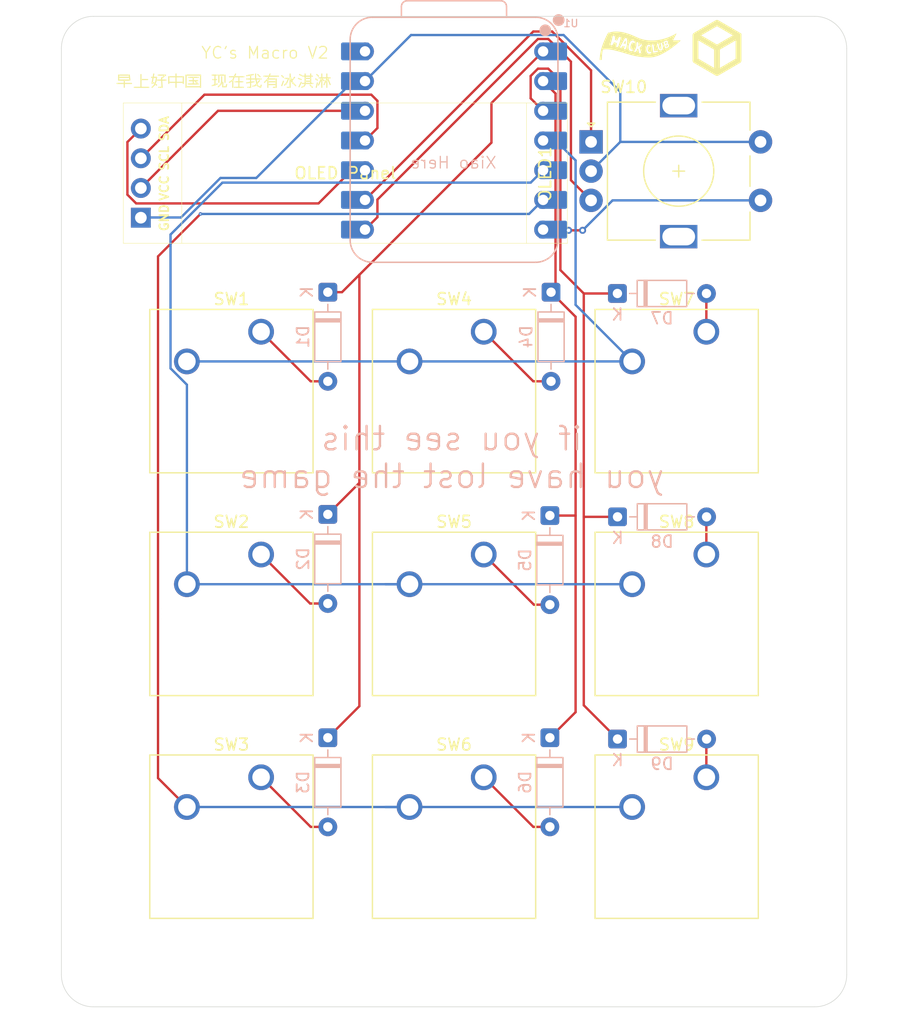
<source format=kicad_pcb>
(kicad_pcb (version 20241229) (generator "pcbnew") (generator_version "9.0")
  (layers (0 "F.Cu" signal) (2 "B.Cu" signal) (13 "F.Paste" user) (15 "B.Paste" user) (5 "F.SilkS" user "F.Silkscreen") (7 "B.SilkS" user "B.Silkscreen") (1 "F.Mask" user) (3 "B.Mask" user) (25 "Edge.Cuts" user))
  (net 0 "")
  (net 1 "Net-(U1-GPIO29{slash}ADC3{slash}A3)")
  (net 2 "Net-(U1-GPIO6{slash}SDA)")
  (net 3 "Net-(U1-GPIO7{slash}SCL)")
  (net 4 "GND")
  (net 5 "+5V")
  (net 6 "Net-(U1-GPIO2{slash}SCK)")
  (net 7 "Net-(U1-GPIO1{slash}RX)")
  (net 8 "Net-(U1-GPIO0{slash}TX)")
  (net 9 "Net-(D1-A)")
  (net 10 "Net-(D1-K)")
  (net 11 "Net-(D2-A)")
  (net 12 "Net-(D3-A)")
  (net 13 "Net-(D4-A)")
  (net 14 "Net-(D4-K)")
  (net 15 "Net-(D5-A)")
  (net 16 "Net-(D6-A)")
  (net 17 "Net-(D7-A)")
  (net 18 "Net-(D7-K)")
  (net 19 "Net-(D8-A)")
  (net 20 "Net-(D9-A)")
  (net 21 "Net-(OLED1-VCC)")
  (net 22 "Net-(OLED1-SDA)")
  (net 23 "Net-(OLED1-GND)")
  (footprint "MountingHole:MountingHole_2.5mm" (layer "F.Cu") (at 202.1 33.9)
    (property "Reference" "REF**" (hide yes))
    (property "Value" "MountingHole_2.5mm")
  )
  (footprint "Button_Switch_Keyboard:SW_Cherry_MX_1.00u_PCB" (layer "F.Cu") (at 173.84 96.17)
    (property "Reference" "SW6")
    (property "Value" "SW_Push")
  )
  (footprint "Button_Switch_Keyboard:SW_Cherry_MX_1.00u_PCB" (layer "F.Cu") (at 192.89 96.17)
    (property "Reference" "SW9")
    (property "Value" "SW_Push")
  )
  (footprint "Button_Switch_Keyboard:SW_Cherry_MX_1.00u_PCB" (layer "F.Cu") (at 154.79 96.17)
    (property "Reference" "SW3")
    (property "Value" "SW_Push")
  )
  (footprint "Button_Switch_Keyboard:SW_Cherry_MX_1.00u_PCB" (layer "F.Cu") (at 192.89 58.07)
    (property "Reference" "SW7")
    (property "Value" "SW_Push")
  )
  (footprint "Button_Switch_Keyboard:SW_Cherry_MX_1.00u_PCB" (layer "F.Cu") (at 154.79 58.07)
    (property "Reference" "SW1")
    (property "Value" "SW_Push")
  )
  (footprint "MountingHole:MountingHole_2.5mm" (layer "F.Cu") (at 140.5 113)
    (property "Reference" "REF**" (hide yes))
    (property "Value" "MountingHole_2.5mm")
  )
  (footprint "MountingHole:MountingHole_2.5mm" (layer "F.Cu") (at 202.1 113)
    (property "Reference" "REF**" (hide yes))
    (property "Value" "MountingHole_2.5mm")
  )
  (footprint "Button_Switch_Keyboard:SW_Cherry_MX_1.00u_PCB" (layer "F.Cu") (at 173.84 77.12)
    (property "Reference" "SW5")
    (property "Value" "SW_Push")
  )
  (footprint "Rotary_Encoder:RotaryEncoder_Alps_EC11E-Switch_Vertical_H20mm" (layer "F.Cu") (at 183.025 41.8375)
    (property "Reference" "SW10")
    (property "Value" "RotaryEncoder_Switch")
  )
  (footprint "Button_Switch_Keyboard:SW_Cherry_MX_1.00u_PCB" (layer "F.Cu") (at 154.79 77.12)
    (property "Reference" "SW2")
    (property "Value" "SW_Push")
  )
  (footprint "MountingHole:MountingHole_2.5mm" (layer "F.Cu") (at 140.5 33.9)
    (property "Reference" "REF**" (hide yes))
    (property "Value" "MountingHole_2.5mm")
  )
  (footprint "Button_Switch_Keyboard:SW_Cherry_MX_1.00u_PCB" (layer "F.Cu") (at 173.84 58.07)
    (property "Reference" "SW4")
    (property "Value" "SW_Push")
  )
  (footprint "OLED:SSD1306-0.91-OLED-4pin-128x32" (layer "F.Cu") (at 181 50.51 180)
    (property "Reference" "OLED1")
    (property "Value" "~")
  )
  (footprint "Button_Switch_Keyboard:SW_Cherry_MX_1.00u_PCB" (layer "F.Cu") (at 192.89 77.12)
    (property "Reference" "SW8")
    (property "Value" "SW_Push")
  )
  (footprint "Diode_THT:D_DO-35_SOD27_P7.62mm_Horizontal" (layer "B.Cu") (at 160.5 73.69 -90)
    (property "Reference" "D2")
    (property "Value" "1N4148")
  )
  (footprint "Diode_THT:D_DO-35_SOD27_P7.62mm_Horizontal" (layer "B.Cu") (at 185.28 54.8)
    (property "Reference" "D7")
    (property "Value" "1N4148")
  )
  (footprint "Diode_THT:D_DO-35_SOD27_P7.62mm_Horizontal" (layer "B.Cu") (at 179.5 73.79 -90)
    (property "Reference" "D5")
    (property "Value" "1N4148")
  )
  (footprint "Diode_THT:D_DO-35_SOD27_P7.62mm_Horizontal" (layer "B.Cu") (at 160.5 54.69 -90)
    (property "Reference" "D1")
    (property "Value" "1N4148")
  )
  (footprint "OPL:XIAO-RP2040-DIP" (layer "B.Cu") (at 171.3 41.71875 180)
    (property "Reference" "U1")
    (property "Value" "XIAO-RP2040-DIP")
  )
  (footprint "Diode_THT:D_DO-35_SOD27_P7.62mm_Horizontal" (layer "B.Cu") (at 185.29 92.9)
    (property "Reference" "D9")
    (property "Value" "1N4148")
  )
  (footprint "Diode_THT:D_DO-35_SOD27_P7.62mm_Horizontal" (layer "B.Cu") (at 179.5 92.79 -90)
    (property "Reference" "D6")
    (property "Value" "1N4148")
  )
  (footprint "Diode_THT:D_DO-35_SOD27_P7.62mm_Horizontal" (layer "B.Cu") (at 179.6 54.69 -90)
    (property "Reference" "D4")
    (property "Value" "1N4148")
  )
  (footprint "Diode_THT:D_DO-35_SOD27_P7.62mm_Horizontal" (layer "B.Cu") (at 160.5 92.79 -90)
    (property "Reference" "D3")
    (property "Value" "1N4148")
  )
  (footprint "Diode_THT:D_DO-35_SOD27_P7.62mm_Horizontal" (layer "B.Cu") (at 185.29 73.9)
    (property "Reference" "D8")
    (property "Value" "1N4148")
  )
  (gr_line (start 193.8 33.8) (end 195.276677 32.94744) (stroke (width 0.5)) (layer "F.SilkS"))
  (gr_poly (pts (xy 185.973304 33.183584) (xy 185.973816 33.183631) (xy 185.97432 33.183706) (xy 185.977823 33.185133) (xy 185.980864 33.188016) (xy 185.983466 33.192257) (xy 185.985651 33.197756) (xy 185.987443 33.204416) (xy 185.988865 33.212138) (xy 185.990689 33.230375) (xy 185.991308 33.251679) (xy 185.990907 33.275263) (xy 185.989669 33.300338) (xy 185.987779 33.326117) (xy 185.982779 33.376639) (xy 185.977383 33.420527) (xy 185.971297 33.463198) (xy 185.795287 33.433148) (xy 185.965199 33.18598) (xy 185.965838 33.185612) (xy 185.966468 33.185276) (xy 185.967088 33.18497) (xy 185.967699 33.184696) (xy 185.9683 33.184451) (xy 185.968893 33.184237) (xy 185.969475 33.184053) (xy 185.970049 33.183899) (xy 185.970614 33.183774) (xy 185.97117 33.183678) (xy 185.971717 33.183612) (xy 185.972255 33.183574) (xy 185.972784 33.183565)) (fill yes) (layer "F.SilkS"))
  (gr_poly (pts (xy 189.458356 33.297661) (xy 189.463198 33.298115) (xy 189.465547 33.298461) (xy 189.467848 33.298891) (xy 189.470097 33.299405) (xy 189.472295 33.300007) (xy 189.47444 33.300697) (xy 189.47653 33.301479) (xy 189.478565 33.302355) (xy 189.480542 33.303326) (xy 189.482461 33.304395) (xy 189.484321 33.305565) (xy 189.486119 33.306836) (xy 189.487856 33.308212) (xy 189.489528 33.309694) (xy 189.491136 33.311285) (xy 189.492678 33.312987) (xy 189.494153 33.314802) (xy 189.495558 33.316732) (xy 189.496894 33.318779) (xy 189.498159 33.320946) (xy 189.499351 33.323234) (xy 189.500469 33.325646) (xy 189.501511 33.328184) (xy 189.502478 33.33085) (xy 189.503366 33.333647) (xy 189.504176 33.336576) (xy 189.504905 33.339639) (xy 189.506023 33.346741) (xy 189.506263 33.353724) (xy 189.505682 33.36058) (xy 189.504333 33.367304) (xy 189.502272 33.373887) (xy 189.499555 33.380323) (xy 189.496237 33.386606) (xy 189.492372 33.392727) (xy 189.488016 33.398681) (xy 189.483225 33.404459) (xy 189.478053 33.410056) (xy 189.472556 33.415464) (xy 189.466789 33.420676) (xy 189.460806 33.425685) (xy 189.448418 33.435067) (xy 189.435833 33.443554) (xy 189.423493 33.451091) (xy 189.41184 33.457621) (xy 189.401315 33.463089) (xy 189.385416 33.470615) (xy 189.379331 33.473223) (xy 189.320601 33.335686) (xy 189.387235 33.311709) (xy 189.403439 33.306533) (xy 189.411352 33.304269) (xy 189.419109 33.30227) (xy 189.426688 33.300572) (xy 189.434067 33.299212) (xy 189.441225 33.298227) (xy 189.448138 33.297652) (xy 189.453333 33.297513)) (fill yes) (layer "F.SilkS"))
  (gr_poly (pts (xy 189.532128 33.531003) (xy 189.537834 33.531319) (xy 189.543453 33.531966) (xy 189.548968 33.532963) (xy 189.551682 33.533599) (xy 189.554364 33.53433) (xy 189.557012 33.535157) (xy 189.559624 33.536084) (xy 189.562198 33.537113) (xy 189.564732 33.538247) (xy 189.567224 33.539487) (xy 189.569673 33.540837) (xy 189.572075 33.542298) (xy 189.57443 33.543874) (xy 189.576734 33.545565) (xy 189.578986 33.547376) (xy 189.581185 33.549308) (xy 189.583327 33.551364) (xy 189.585412 33.553546) (xy 189.587436 33.555857) (xy 189.589398 33.558299) (xy 189.591297 33.560874) (xy 189.593129 33.563585) (xy 189.594893 33.566434) (xy 189.596588 33.569424) (xy 189.59821 33.572558) (xy 189.599758 33.575836) (xy 189.60123 33.579263) (xy 189.60467 33.589255) (xy 189.606714 33.59886) (xy 189.607445 33.608085) (xy 189.606948 33.616937) (xy 189.605307 33.625422) (xy 189.602609 33.633547) (xy 189.598936 33.641319) (xy 189.594374 33.648745) (xy 189.589008 33.655831) (xy 189.582921 33.662583) (xy 189.576199 33.66901) (xy 189.568926 33.675117) (xy 189.561186 33.680911) (xy 189.553066 33.686399) (xy 189.536018 33.696482) (xy 189.518459 33.705422) (xy 189.501067 33.713271) (xy 189.469488 33.725911) (xy 189.446698 33.734834) (xy 189.440292 33.738035) (xy 189.438632 33.739344) (xy 189.438113 33.740468) (xy 189.399485 33.579263) (xy 189.410992 33.571927) (xy 189.424034 33.564377) (xy 189.440742 33.555678) (xy 189.450192 33.551236) (xy 189.460223 33.546911) (xy 189.470723 33.54284) (xy 189.481581 33.539156) (xy 189.492684 33.535994) (xy 189.503921 33.533491) (xy 189.515181 33.53178) (xy 189.526351 33.530997)) (fill yes) (layer "F.SilkS"))
  (gr_poly (pts (xy 185.247671 32.399283) (xy 185.398668 32.40882) (xy 185.564698 32.429198) (xy 185.653444 32.443955) (xy 185.746061 32.462025) (xy 185.842586 32.483609) (xy 185.943057 32.508908) (xy 186.047511 32.538123) (xy 186.155985 32.571455) (xy 186.268517 32.609105) (xy 186.385145 32.651273) (xy 186.505905 32.698161) (xy 186.630836 32.749969) (xy 186.759975 32.806899) (xy 186.893359 32.869151) (xy 187.039653 32.934613) (xy 187.185785 32.990986) (xy 187.331515 33.038695) (xy 187.476606 33.078166) (xy 187.620818 33.109825) (xy 187.763913 33.134096) (xy 187.905653 33.151407) (xy 188.045797 33.162182) (xy 188.184108 33.166847) (xy 188.320347 33.165828) (xy 188.454275 33.15955) (xy 188.585653 33.148439) (xy 188.714243 33.13292) (xy 188.839806 33.11342) (xy 188.962103 33.090363) (xy 189.080895 33.064176) (xy 189.30701 33.004112) (xy 189.516242 32.936633) (xy 189.706681 32.865143) (xy 189.876417 32.793049) (xy 190.023539 32.723753) (xy 190.146138 32.660663) (xy 190.310127 32.566715) (xy 190.311024 32.566231) (xy 190.311953 32.565864) (xy 190.312909 32.565608) (xy 190.313888 32.56546) (xy 190.314883 32.565414) (xy 190.315891 32.565466) (xy 190.316906 32.565611) (xy 190.317924 32.565845) (xy 190.318939 32.566161) (xy 190.319946 32.566557) (xy 190.320941 32.567027) (xy 190.321918 32.567566) (xy 190.322873 32.568169) (xy 190.323801 32.568833) (xy 190.324696 32.569552) (xy 190.325555 32.570321) (xy 190.32637 32.571136) (xy 190.327139 32.571992) (xy 190.327856 32.572884) (xy 190.328515 32.573807) (xy 190.329113 32.574758) (xy 190.329644 32.57573) (xy 190.330102 32.57672) (xy 190.330484 32.577723) (xy 190.330784 32.578733) (xy 190.330997 32.579746) (xy 190.331119 32.580758) (xy 190.331144 32.581764) (xy 190.331067 32.582758) (xy 190.330884 32.583737) (xy 190.330589 32.584696) (xy 190.330177 32.585629) (xy 190.045983 33.138825) (xy 190.045594 33.139646) (xy 190.045265 33.140476) (xy 190.044996 33.14131) (xy 190.044786 33.142148) (xy 190.044633 33.142986) (xy 190.044535 33.143824) (xy 190.044493 33.144658) (xy 190.044503 33.145487) (xy 190.044566 33.146308) (xy 190.044679 33.147119) (xy 190.044842 33.147917) (xy 190.045053 33.148702) (xy 190.045311 33.14947) (xy 190.045614 33.15022) (xy 190.045962 33.150949) (xy 190.046353 33.151655) (xy 190.046786 33.152335) (xy 190.04726 33.152989) (xy 190.047773 33.153613) (xy 190.048323 33.154205) (xy 190.048911 33.154763) (xy 190.049533 33.155286) (xy 190.05019 33.15577) (xy 190.05088 33.156213) (xy 190.051602 33.156615) (xy 190.052353 33.156971) (xy 190.053134 33.157281) (xy 190.053943 33.157541) (xy 190.054778 33.15775) (xy 190.055638 33.157906) (xy 190.056522 33.158006) (xy 190.057429 33.158048) (xy 190.287034 33.159947) (xy 190.469383 33.15994) (xy 190.67765 33.158203) (xy 190.678757 33.158228) (xy 190.679831 33.15833) (xy 190.680872 33.158506) (xy 190.681877 33.158752) (xy 190.682844 33.159065) (xy 190.683771 33.159441) (xy 190.684657 33.159876) (xy 190.685499 33.160368) (xy 190.686296 33.160912) (xy 190.687045 33.161506) (xy 190.687745 33.162145) (xy 190.688395 33.162826) (xy 190.688991 33.163546) (xy 190.689532 33.164301) (xy 190.690016 33.165087) (xy 190.690442 33.165902) (xy 190.690807 33.166741) (xy 190.69111 33.167601) (xy 190.691348 33.168478) (xy 190.69152 33.16937) (xy 190.691624 33.170272) (xy 190.691658 33.171181) (xy 190.69162 33.172093) (xy 190.691508 33.173006) (xy 190.691321 33.173915) (xy 190.691055 33.174816) (xy 190.69071 33.175707) (xy 190.690284 33.176585) (xy 190.689774 33.177444) (xy 190.68918 33.178282) (xy 190.688498 33.179096) (xy 190.687727 33.179882) (xy 190.562865 33.294127) (xy 190.345133 33.481525) (xy 190.051735 33.714834) (xy 189.882038 33.840192) (xy 189.699875 33.966811) (xy 189.507398 34.091287) (xy 189.306757 34.210215) (xy 189.100103 34.320189) (xy 188.889585 34.417803) (xy 188.677355 34.499653) (xy 188.57127 34.533602) (xy 188.465562 34.562333) (xy 188.360502 34.585421) (xy 188.256358 34.602439) (xy 188.153399 34.612962) (xy 188.051893 34.616564) (xy 187.840735 34.613475) (xy 187.641082 34.604537) (xy 187.451988 34.590243) (xy 187.27251 34.571085) (xy 187.101703 34.547557) (xy 186.938624 34.520153) (xy 186.782328 34.489364) (xy 186.631871 34.455683) (xy 186.486309 34.419605) (xy 186.344698 34.381622) (xy 186.069551 34.301911) (xy 185.798877 34.220497) (xy 185.525122 34.141322) (xy 185.42272 34.113693) (xy 186.715772 34.113693) (xy 186.716412 34.121681) (xy 186.717896 34.129119) (xy 186.720193 34.135965) (xy 186.723272 34.14218) (xy 186.727103 34.147725) (xy 186.731654 34.152558) (xy 186.736894 34.156641) (xy 186.742793 34.159934) (xy 186.74932 34.162396) (xy 186.756443 34.163988) (xy 186.764133 34.16467) (xy 186.772358 34.164401) (xy 186.781087 34.163143) (xy 186.790289 34.160855) (xy 186.799934 34.157498) (xy 186.809991 34.15303) (xy 186.820428 34.147414) (xy 186.831215 34.140608) (xy 186.842322 34.132573) (xy 186.853716 34.123269) (xy 186.865368 34.112656) (xy 186.877246 34.100695) (xy 186.88932 34.087345) (xy 186.901559 34.072566) (xy 186.913931 34.056319) (xy 186.926406 34.038563) (xy 186.9325 34.029305) (xy 186.938614 34.018669) (xy 186.944691 34.006927) (xy 186.950674 33.994352) (xy 186.956506 33.981216) (xy 186.96213 33.967793) (xy 186.972526 33.941172) (xy 186.981406 33.916672) (xy 186.988313 33.896472) (xy 186.994386 33.877695) (xy 187.052471 33.871158) (xy 187.079303 33.994779) (xy 187.100214 34.099951) (xy 187.10886 34.148981) (xy 187.114896 34.190156) (xy 187.1165 34.198689) (xy 187.118931 34.206953) (xy 187.122134 34.214914) (xy 187.12605 34.222534) (xy 187.130622 34.229779) (xy 187.135794 34.236613) (xy 187.141508 34.243001) (xy 187.147706 34.248907) (xy 187.154333 34.254296) (xy 187.16133 34.259132) (xy 187.16864 34.26338) (xy 187.176207 34.267004) (xy 187.183973 34.269968) (xy 187.19188 34.272238) (xy 187.199873 34.273777) (xy 187.207892 34.274551) (xy 187.215883 34.274523) (xy 187.223786 34.273659) (xy 187.231546 34.271922) (xy 187.239104 34.269277) (xy 187.246404 34.265689) (xy 187.253389 34.261122) (xy 187.260001 34.25554) (xy 187.266183 34.248909) (xy 187.271879 34.241192) (xy 187.27703 34.232355) (xy 187.28158 34.222361) (xy 187.285471 34.211175) (xy 187.288647 34.198761) (xy 187.29105 34.185085) (xy 187.292623 34.17011) (xy 187.293309 34.153802) (xy 187.290374 34.129484) (xy 187.285919 34.103106) (xy 187.279906 34.07466) (xy 187.272297 34.044135) (xy 187.263052 34.011522) (xy 187.252134 33.97681) (xy 187.239503 33.93999) (xy 187.225122 33.901052) (xy 187.221199 33.890419) (xy 187.747649 33.890419) (xy 187.747958 33.922059) (xy 187.749045 33.94586) (xy 187.750702 33.969007) (xy 187.752925 33.991488) (xy 187.755711 34.01329) (xy 187.759054 34.034401) (xy 187.762952 34.054809) (xy 187.767399 34.074501) (xy 187.772392 34.093464) (xy 187.777926 34.111687) (xy 187.783997 34.129156) (xy 187.790602 34.14586) (xy 187.797736 34.161786) (xy 187.805394 34.176922) (xy 187.813574 34.191254) (xy 187.82227 34.204772) (xy 187.831478 34.217461) (xy 187.841195 34.229311) (xy 187.851416 34.240308) (xy 187.862137 34.25044) (xy 187.873353 34.259695) (xy 187.885062 34.26806) (xy 187.897258 34.275523) (xy 187.909937 34.282071) (xy 187.923096 34.287692) (xy 187.93673 34.292374) (xy 187.950835 34.296104) (xy 187.965407 34.298869) (xy 187.980441 34.300658) (xy 187.995934 34.301458) (xy 188.011882 34.301256) (xy 188.028279 34.30004) (xy 188.045123 34.297798) (xy 188.061538 34.294746) (xy 188.07668 34.291138) (xy 188.090597 34.287017) (xy 188.103334 34.282425) (xy 188.114937 34.277403) (xy 188.125452 34.271994) (xy 188.134925 34.266239) (xy 188.143402 34.260181) (xy 188.150929 34.25386) (xy 188.157551 34.24732) (xy 188.163316 34.240602) (xy 188.168268 34.233748) (xy 188.172454 34.226799) (xy 188.17592 34.219798) (xy 188.178711 34.212787) (xy 188.180874 34.205808) (xy 188.182455 34.198902) (xy 188.183499 34.192112) (xy 188.184052 34.185479) (xy 188.184161 34.179045) (xy 188.183871 34.172853) (xy 188.183229 34.166943) (xy 188.18228 34.161359) (xy 188.18107 34.156141) (xy 188.179645 34.151332) (xy 188.178052 34.146974) (xy 188.176335 34.143109) (xy 188.174542 34.139778) (xy 188.172718 34.137024) (xy 188.170909 34.134889) (xy 188.16916 34.133413) (xy 188.167519 34.13264) (xy 188.165102 34.131861) (xy 188.162801 34.130884) (xy 188.158072 34.128658) (xy 188.155406 34.127572) (xy 188.15238 34.126611) (xy 188.148874 34.125859) (xy 188.14477 34.125394) (xy 188.139949 34.1253) (xy 188.134291 34.125656) (xy 188.127677 34.126545) (xy 188.119989 34.128047) (xy 188.111106 34.130244) (xy 188.100911 34.133216) (xy 188.089283 34.137045) (xy 188.076103 34.141813) (xy 188.069157 34.144264) (xy 188.062318 34.146356) (xy 188.055583 34.148083) (xy 188.048951 34.149442) (xy 188.042421 34.15043) (xy 188.03599 34.151043) (xy 188.029657 34.151276) (xy 188.023421 34.151127) (xy 188.017279 34.150591) (xy 188.01123 34.149664) (xy 188.005272 34.148344) (xy 187.999403 34.146625) (xy 187.993622 34.144505) (xy 187.987927 34.141979) (xy 187.982317 34.139044) (xy 187.976789 34.135696) (xy 187.971342 34.131931) (xy 187.965974 34.127745) (xy 187.960684 34.123135) (xy 187.955469 34.118098) (xy 187.950328 34.112628) (xy 187.94526 34.106722) (xy 187.940262 34.100378) (xy 187.935334 34.09359) (xy 187.930472 34.086355) (xy 187.925676 34.078669) (xy 187.916274 34.06193) (xy 187.907114 34.043344) (xy 187.898181 34.022879) (xy 187.892533 34.007569) (xy 187.887305 33.990755) (xy 187.882583 33.972641) (xy 187.878453 33.953431) (xy 187.875 33.933329) (xy 187.872312 33.912539) (xy 187.870474 33.891264) (xy 187.869572 33.869708) (xy 187.869693 33.848076) (xy 187.870922 33.82657) (xy 187.873346 33.805394) (xy 187.877051 33.784753) (xy 187.882122 33.76485) (xy 187.888647 33.745888) (xy 187.89248 33.736824) (xy 187.89671 33.728073) (xy 187.901345 33.719658) (xy 187.906398 33.711606) (xy 187.907968 33.709331) (xy 187.909532 33.707159) (xy 187.911088 33.705086) (xy 187.912635 33.70311) (xy 187.914173 33.701227) (xy 187.9157 33.699434) (xy 187.918714 33.696109) (xy 187.92167 33.693111) (xy 187.924557 33.690414) (xy 187.927365 33.687997) (xy 187.930085 33.685834) (xy 187.932706 33.683902) (xy 187.935219 33.682177) (xy 187.937614 33.680636) (xy 187.939882 33.679253) (xy 187.947481 33.674839) (xy 187.950628 33.673036) (xy 187.953774 33.67146) (xy 187.956914 33.6701) (xy 187.960044 33.668946) (xy 187.963156 33.667988) (xy 187.966247 33.667216) (xy 187.96931 33.66662) (xy 187.972341 33.666189) (xy 187.975333 33.665914) (xy 187.978282 33.665785) (xy 187.981183 33.665791) (xy 187.984029 33.665922) (xy 187.986815 33.666169) (xy 187.989537 33.666521) (xy 187.992188 33.666969) (xy 187.994764 33.667502) (xy 187.997259 33.668109) (xy 187.999667 33.668782) (xy 188.004202 33.670282) (xy 188.008328 33.671921) (xy 188.012 33.673619) (xy 188.015177 33.675295) (xy 188.017814 33.676869) (xy 188.01987 33.678259) (xy 188.021301 33.679386) (xy 188.029893 33.685349) (xy 188.038047 33.6905) (xy 188.045766 33.694865) (xy 188.053055 33.698473) (xy 188.059919 33.701352) (xy 188.066361 33.703529) (xy 188.072386 33.705033) (xy 188.077998 33.705891) (xy 188.083202 33.70613) (xy 188.088002 33.705779) (xy 188.092402 33.704866) (xy 188.096407 33.703418) (xy 188.10002 33.701463) (xy 188.103247 33.699029) (xy 188.106091 33.696144) (xy 188.108557 33.692835) (xy 188.110649 33.689131) (xy 188.112372 33.685058) (xy 188.113729 33.680646) (xy 188.114726 33.675922) (xy 188.115366 33.670913) (xy 188.115653 33.665647) (xy 188.115593 33.660153) (xy 188.115189 33.654458) (xy 188.114446 33.648589) (xy 188.113368 33.642576) (xy 188.111959 33.636444) (xy 188.110224 33.630223) (xy 188.108167 33.62394) (xy 188.105792 33.617623) (xy 188.103104 33.6113) (xy 188.100107 33.604998) (xy 188.093032 33.595395) (xy 188.085798 33.586351) (xy 188.079324 33.578927) (xy 188.25033 33.578927) (xy 188.250853 33.597979) (xy 188.252036 33.618396) (xy 188.256084 33.662685) (xy 188.261888 33.710517) (xy 188.268858 33.760615) (xy 188.283943 33.862509) (xy 188.290882 33.911751) (xy 188.296632 33.958155) (xy 188.310263 34.086887) (xy 188.312935 34.109679) (xy 188.315891 34.13163) (xy 188.319421 34.154198) (xy 188.323814 34.178839) (xy 188.326021 34.184876) (xy 188.330096 34.18994) (xy 188.335915 34.194082) (xy 188.343351 34.197352) (xy 188.35228 34.1998) (xy 188.362575 34.201476) (xy 188.374112 34.202431) (xy 188.386764 34.202714) (xy 188.414914 34.201469) (xy 188.44602 34.198142) (xy 188.47908 34.193134) (xy 188.513089 34.186847) (xy 188.579936 34.172046) (xy 188.63853 34.156951) (xy 188.680839 34.144777) (xy 188.69883 34.138738) (xy 188.700766 34.137787) (xy 188.703366 34.1368) (xy 188.710218 34.134484) (xy 188.7143 34.133037) (xy 188.718706 34.131319) (xy 188.723351 34.129271) (xy 188.72815 34.126834) (xy 188.733018 34.12395) (xy 188.735451 34.122321) (xy 188.73787 34.120559) (xy 188.740263 34.118655) (xy 188.74262 34.116603) (xy 188.744931 34.114395) (xy 188.747184 34.112023) (xy 188.74937 34.109481) (xy 188.751477 34.10676) (xy 188.753495 34.103854) (xy 188.755413 34.100756) (xy 188.757221 34.097457) (xy 188.758907 34.093951) (xy 188.760463 34.09023) (xy 188.761876 34.086286) (xy 188.763253 34.08238) (xy 188.764093 34.078614) (xy 188.764421 34.07499) (xy 188.764261 34.071511) (xy 188.763636 34.068177) (xy 188.762571 34.06499) (xy 188.76109 34.061953) (xy 188.759216 34.059066) (xy 188.756975 34.056332) (xy 188.754389 34.053752) (xy 188.751484 34.051328) (xy 188.748282 34.049061) (xy 188.744809 34.046954) (xy 188.741087 34.045007) (xy 188.732997 34.041603) (xy 188.724204 34.038864) (xy 188.714901 34.036802) (xy 188.70528 34.035431) (xy 188.695534 34.034764) (xy 188.685855 34.034816) (xy 188.676435 34.035599) (xy 188.667467 34.037128) (xy 188.659143 34.039416) (xy 188.638405 34.045584) (xy 188.6099 34.052767) (xy 188.576549 34.060008) (xy 188.558971 34.063352) (xy 188.541277 34.066352) (xy 188.523833 34.06889) (xy 188.507004 34.070844) (xy 188.491157 34.072097) (xy 188.476655 34.072529) (xy 188.463865 34.072019) (xy 188.458225 34.071374) (xy 188.453151 34.07045) (xy 188.448687 34.06923) (xy 188.444879 34.0677) (xy 188.441773 34.065846) (xy 188.439415 34.063652) (xy 188.435831 34.056105) (xy 188.432873 34.043311) (xy 188.430413 34.025824) (xy 188.428324 34.004202) (xy 188.421124 33.887462) (xy 188.416432 33.818723) (xy 188.409653 33.748999) (xy 188.405161 33.715156) (xy 188.399765 33.682735) (xy 188.393336 33.652289) (xy 188.385748 33.624376) (xy 188.384149 33.614967) (xy 188.382468 33.60593) (xy 188.380709 33.59726) (xy 188.378876 33.588954) (xy 188.376971 33.581005) (xy 188.374997 33.573409) (xy 188.372959 33.56616) (xy 188.370858 33.559254) (xy 188.368698 33.552684) (xy 188.366482 33.546447) (xy 188.364213 33.540537) (xy 188.361895 33.534948) (xy 188.359531 33.529676) (xy 188.357123 33.524716) (xy 188.354675 33.520062) (xy 188.352191 33.51571) (xy 188.349672 33.511654) (xy 188.347123 33.507889) (xy 188.344547 33.50441) (xy 188.341946 33.501212) (xy 188.339324 33.49829) (xy 188.336685 33.495638) (xy 188.33403 33.493252) (xy 188.331363 33.491127) (xy 188.328689 33.489257) (xy 188.326008 33.487637) (xy 188.323326 33.486262) (xy 188.320644 33.485127) (xy 188.317967 33.484228) (xy 188.315297 33.483558) (xy 188.312637 33.483112) (xy 188.309991 33.482886) (xy 188.309991 33.482887) (xy 188.307012 33.48289) (xy 188.304059 33.483161) (xy 188.301137 33.483692) (xy 188.298251 33.484477) (xy 188.295404 33.485507) (xy 188.292601 33.486775) (xy 188.289847 33.488274) (xy 188.287147 33.489996) (xy 188.284505 33.491934) (xy 188.281926 33.49408) (xy 188.276973 33.498967) (xy 188.272327 33.504599) (xy 188.268023 33.510915) (xy 188.264099 33.517855) (xy 188.260591 33.525361) (xy 188.257535 33.533373) (xy 188.254968 33.54183) (xy 188.252928 33.550674) (xy 188.25145 33.559844) (xy 188.250572 33.569282) (xy 188.25033 33.578927) (xy 188.079324 33.578927) (xy 188.078406 33.577875) (xy 188.070858 33.569973) (xy 188.063158 33.562652) (xy 188.055305 33.55592) (xy 188.047303 33.549784) (xy 188.039153 33.54425) (xy 188.030858 33.539327) (xy 188.022418 33.535021) (xy 188.013837 33.531339) (xy 188.005116 33.528289) (xy 187.996258 33.525878) (xy 187.987263 33.524112) (xy 187.978135 33.523) (xy 187.968875 33.522548) (xy 187.961583 33.522658) (xy 187.954213 33.523175) (xy 187.946766 33.524103) (xy 187.939244 33.525444) (xy 187.931647 33.527203) (xy 187.923977 33.529383) (xy 187.916233 33.531987) (xy 187.908417 33.535018) (xy 187.90053 33.53848) (xy 187.892573 33.542376) (xy 187.884546 33.546709) (xy 187.876451 33.551483) (xy 187.868288 33.556701) (xy 187.860059 33.562366) (xy 187.851764 33.568482) (xy 187.843404 33.575051) (xy 187.832196 33.587056) (xy 187.821549 33.600317) (xy 187.811493 33.61484) (xy 187.802057 33.630634) (xy 187.793272 33.647706) (xy 187.785166 33.666064) (xy 187.777769 33.685716) (xy 187.77111 33.706669) (xy 187.765219 33.728931) (xy 187.760125 33.752509) (xy 187.755859 33.777412) (xy 187.752448 33.803647) (xy 187.749923 33.831221) (xy 187.748314 33.860143) (xy 187.747649 33.890419) (xy 187.221199 33.890419) (xy 187.220561 33.888688) (xy 187.215343 33.8758) (xy 187.208597 33.860725) (xy 187.204751 33.852903) (xy 187.200644 33.845175) (xy 187.196316 33.837756) (xy 187.191808 33.830861) (xy 187.187159 33.824702) (xy 187.184795 33.821966) (xy 187.18241 33.819495) (xy 187.180011 33.817314) (xy 187.177602 33.815452) (xy 187.175187 33.813935) (xy 187.172773 33.812789) (xy 187.201559 33.783334) (xy 187.231431 33.751658) (xy 187.266192 33.713252) (xy 187.301768 33.671545) (xy 187.318589 33.650525) (xy 187.334087 33.629964) (xy 187.347752 33.610292) (xy 187.359074 33.591937) (xy 187.367546 33.575328) (xy 187.370554 33.567811) (xy 187.372658 33.560892) (xy 187.375456 33.547361) (xy 187.376964 33.534574) (xy 187.377095 33.522752) (xy 187.376618 33.51727) (xy 187.375765 33.512111) (xy 187.374526 33.507303) (xy 187.37289 33.502871) (xy 187.370846 33.498845) (xy 187.368384 33.495251) (xy 187.365493 33.492116) (xy 187.362162 33.489468) (xy 187.358381 33.487335) (xy 187.354139 33.485742) (xy 187.349426 33.484718) (xy 187.344231 33.484291) (xy 187.338543 33.484487) (xy 187.332352 33.485333) (xy 187.325647 33.486858) (xy 187.318418 33.489087) (xy 187.310654 33.49205) (xy 187.302343 33.495772) (xy 187.293477 33.500282) (xy 187.284043 33.505606) (xy 187.274032 33.511773) (xy 187.263433 33.518808) (xy 187.252235 33.52674) (xy 187.240427 33.535596) (xy 187.228 33.545404) (xy 187.214941 33.556189) (xy 187.201932 33.567237) (xy 187.189641 33.577812) (xy 187.178049 33.587924) (xy 187.167135 33.59758) (xy 187.156881 33.606789) (xy 187.147265 33.615558) (xy 187.138267 33.623894) (xy 187.129869 33.631807) (xy 187.122048 33.639304) (xy 187.114786 33.646392) (xy 187.108063 33.653081) (xy 187.101857 33.659377) (xy 187.09615 33.665289) (xy 187.090921 33.670824) (xy 187.08615 33.675991) (xy 187.081818 33.680797) (xy 187.074386 33.689359) (xy 187.068466 33.696574) (xy 187.063897 33.702505) (xy 187.060518 33.707216) (xy 187.05817 33.710769) (xy 187.056691 33.713229) (xy 187.055701 33.71512) (xy 187.060949 33.689613) (xy 187.066257 33.661043) (xy 187.072241 33.624875) (xy 187.078066 33.583319) (xy 187.082898 33.538584) (xy 187.08468 33.515715) (xy 187.085901 33.492881) (xy 187.086253 33.47862) (xy 188.6737 33.47862) (xy 188.673743 33.48498) (xy 188.674232 33.491516) (xy 188.677765 33.517958) (xy 188.682856 33.545598) (xy 188.689873 33.576352) (xy 188.699187 33.612136) (xy 188.726178 33.706454) (xy 188.766785 33.843872) (xy 188.773423 33.862742) (xy 188.780733 33.880276) (xy 188.78866 33.896523) (xy 188.797151 33.911528) (xy 188.806153 33.925339) (xy 188.815612 33.938005) (xy 188.825475 33.949571) (xy 188.835689 33.960085) (xy 188.8462 33.969596) (xy 188.856956 33.978149) (xy 188.867902 33.985792) (xy 188.878985 33.992573) (xy 188.890152 33.998539) (xy 188.90135 34.003738) (xy 188.912526 34.008215) (xy 188.923625 34.01202) (xy 188.934595 34.015199) (xy 188.945382 34.017799) (xy 188.966194 34.021454) (xy 188.985635 34.023362) (xy 189.003278 34.023903) (xy 189.018697 34.023454) (xy 189.031464 34.022395) (xy 189.047336 34.01996) (xy 189.055392 34.017804) (xy 189.063048 34.015283) (xy 189.070318 34.012413) (xy 189.077213 34.009208) (xy 189.083748 34.005683) (xy 189.089933 34.001855) (xy 189.095783 33.997737) (xy 189.101309 33.993345) (xy 189.106525 33.988694) (xy 189.111443 33.9838) (xy 189.116077 33.978677) (xy 189.120438 33.973341) (xy 189.128394 33.962089) (xy 189.135414 33.950165) (xy 189.1416 33.937691) (xy 189.147054 33.924787) (xy 189.151876 33.911576) (xy 189.15617 33.898177) (xy 189.163578 33.871304) (xy 189.170093 33.845138) (xy 189.172811 33.830288) (xy 189.174363 33.812706) (xy 189.174831 33.792695) (xy 189.174293 33.770557) (xy 189.17283 33.746592) (xy 189.170522 33.721103) (xy 189.163689 33.666757) (xy 189.154434 33.609931) (xy 189.143394 33.553038) (xy 189.13121 33.498491) (xy 189.11852 33.448703) (xy 189.114057 33.437259) (xy 189.10928 33.426464) (xy 189.10422 33.416331) (xy 189.09891 33.406871) (xy 189.093381 33.398098) (xy 189.090545 33.393973) (xy 189.087665 33.390024) (xy 189.084747 33.386254) (xy 189.081793 33.382663) (xy 189.078809 33.379253) (xy 189.075797 33.376027) (xy 189.072762 33.372984) (xy 189.069709 33.370128) (xy 189.06664 33.367459) (xy 189.063559 33.36498) (xy 189.060472 33.362692) (xy 189.057381 33.360595) (xy 189.05429 33.358693) (xy 189.051205 33.356987) (xy 189.048127 33.355478) (xy 189.045062 33.354167) (xy 189.042014 33.353057) (xy 189.038986 33.352149) (xy 189.035982 33.351445) (xy 189.033007 33.350945) (xy 189.030064 33.350653) (xy 189.027157 33.350569) (xy 189.022716 33.350856) (xy 189.018387 33.351658) (xy 189.014185 33.352979) (xy 189.010125 33.354827) (xy 189.006221 33.357206) (xy 189.002489 33.360124) (xy 188.998943 33.363585) (xy 188.995598 33.367597) (xy 188.992469 33.372164) (xy 188.98957 33.377293) (xy 188.986918 33.382991) (xy 188.984525 33.389262) (xy 188.982408 33.396112) (xy 188.980581 33.403549) (xy 188.979059 33.411577) (xy 188.977857 33.420203) (xy 188.977901 33.426403) (xy 188.978325 33.432885) (xy 188.979102 33.439651) (xy 188.980202 33.446704) (xy 188.983255 33.461681) (xy 188.987255 33.477837) (xy 188.997174 33.513761) (xy 189.002632 33.533571) (xy 189.008114 33.554639) (xy 189.015806 33.601111) (xy 189.023113 33.648966) (xy 189.029329 33.696798) (xy 189.031807 33.720265) (xy 189.033748 33.743199) (xy 189.035062 33.765423) (xy 189.035663 33.786762) (xy 189.035461 33.807039) (xy 189.034369 33.826079) (xy 189.032297 33.843706) (xy 189.029159 33.859744) (xy 189.024865 33.874018) (xy 189.022257 33.880437) (xy 189.019327 33.88635) (xy 189.016617 33.889949) (xy 189.013733 33.89327) (xy 189.010689 33.896316) (xy 189.007495 33.89909) (xy 189.004162 33.901592) (xy 189.000703 33.903827) (xy 188.997127 33.905794) (xy 188.993447 33.907498) (xy 188.989673 33.90894) (xy 188.985818 33.910123) (xy 188.981892 33.911048) (xy 188.977907 33.911717) (xy 188.973874 33.912134) (xy 188.969805 33.9123) (xy 188.96571 33.912218) (xy 188.961601 33.911889) (xy 188.95749 33.911316) (xy 188.953387 33.910501) (xy 188.949305 33.909446) (xy 188.945254 33.908154) (xy 188.941245 33.906627) (xy 188.937291 33.904866) (xy 188.933402 33.902875) (xy 188.929589 33.900655) (xy 188.925865 33.898209) (xy 188.92224 33.895538) (xy 188.918726 33.892645) (xy 188.915333 33.889533) (xy 188.912074 33.886203) (xy 188.90896 33.882658) (xy 188.906002 33.878899) (xy 188.903211 33.87493) (xy 188.893524 33.853156) (xy 188.884178 33.82842) (xy 188.875158 33.801225) (xy 188.86645 33.772077) (xy 188.849912 33.709937) (xy 188.834445 33.646037) (xy 188.819935 33.584413) (xy 188.806263 33.529102) (xy 188.799705 33.505074) (xy 188.793314 33.484138) (xy 188.787073 33.466799) (xy 188.78097 33.45356) (xy 188.77691 33.446798) (xy 188.772697 33.440716) (xy 188.768351 33.435298) (xy 188.763892 33.430526) (xy 188.759339 33.426385) (xy 188.754712 33.422857) (xy 188.750033 33.419926) (xy 188.74532 33.417575) (xy 188.740594 33.415786) (xy 188.735875 33.414544) (xy 188.731182 33.413832) (xy 188.726536 33.413632) (xy 188.721956 33.413929) (xy 188.717464 33.414704) (xy 188.713078 33.415942) (xy 188.708819 33.417626) (xy 188.704706 33.419739) (xy 188.700761 33.422264) (xy 188.697002 33.425185) (xy 188.69345 33.428484) (xy 188.690124 33.432146) (xy 188.687046 33.436152) (xy 188.684234 33.440487) (xy 188.681709 33.445134) (xy 188.67949 33.450075) (xy 188.677599 33.455295) (xy 188.676054 33.460776) (xy 188.674876 33.466502) (xy 188.674085 33.472456) (xy 188.6737 33.47862) (xy 187.086253 33.47862) (xy 187.086456 33.470356) (xy 187.086241 33.448418) (xy 187.086836 33.440628) (xy 187.087031 33.432939) (xy 187.086843 33.425361) (xy 187.086285 33.417904) (xy 187.085373 33.410577) (xy 187.084122 33.40339) (xy 187.082545 33.396354) (xy 187.080659 33.389477) (xy 187.078477 33.38277) (xy 187.076015 33.376241) (xy 187.073288 33.369902) (xy 187.07031 33.363761) (xy 187.067096 33.357829) (xy 187.06366 33.352114) (xy 187.060019 33.346628) (xy 187.056186 33.341379) (xy 187.052177 33.336377) (xy 187.048006 33.331633) (xy 187.043688 33.327155) (xy 187.041212 33.324818) (xy 189.216056 33.324818) (xy 189.216112 33.327523) (xy 189.216551 33.332846) (xy 189.217309 33.338061) (xy 189.218249 33.34318) (xy 189.220116 33.353179) (xy 189.287883 33.574991) (xy 189.334833 33.73518) (xy 189.350561 33.793449) (xy 189.355112 33.812858) (xy 189.356929 33.824158) (xy 189.357324 33.825852) (xy 189.358027 33.827439) (xy 189.359027 33.828919) (xy 189.360315 33.830292) (xy 189.361879 33.831559) (xy 189.363709 33.832721) (xy 189.368124 33.834731) (xy 189.373477 33.836326) (xy 189.379681 33.837512) (xy 189.386654 33.838293) (xy 189.394309 33.838673) (xy 189.402564 33.838658) (xy 189.411332 33.838253) (xy 189.420529 33.837461) (xy 189.430072 33.836288) (xy 189.439874 33.834739) (xy 189.449852 33.832817) (xy 189.459922 33.830529) (xy 189.469997 33.827878) (xy 189.498964 33.817581) (xy 189.52617 33.806561) (xy 189.551579 33.794857) (xy 189.563597 33.788761) (xy 189.575152 33.782509) (xy 189.586239 33.776106) (xy 189.596854 33.769558) (xy 189.606991 33.762868) (xy 189.616647 33.756042) (xy 189.625816 33.749085) (xy 189.634494 33.742002) (xy 189.642676 33.734798) (xy 189.650358 33.727478) (xy 189.657535 33.720047) (xy 189.664202 33.71251) (xy 189.670356 33.704872) (xy 189.67599 33.697138) (xy 189.681101 33.689312) (xy 189.685685 33.6814) (xy 189.689735 33.673408) (xy 189.693248 33.665339) (xy 189.696219 33.657198) (xy 189.698644 33.648992) (xy 189.700518 33.640724) (xy 189.701835 33.6324) (xy 189.702593 33.624025) (xy 189.702785 33.615604) (xy 189.702408 33.607141) (xy 189.701456 33.598642) (xy 189.698539 33.581872) (xy 189.694767 33.565665) (xy 189.692569 33.557791) (xy 189.690167 33.550081) (xy 189.687566 33.542541) (xy 189.684769 33.535179) (xy 189.681778 33.528003) (xy 189.678599 33.52102) (xy 189.675233 33.514237) (xy 189.671685 33.507663) (xy 189.667958 33.501304) (xy 189.664056 33.495168) (xy 189.659982 33.489263) (xy 189.655739 33.483596) (xy 189.651332 33.478174) (xy 189.646763 33.473006) (xy 189.642036 33.468098) (xy 189.637154 33.463458) (xy 189.632122 33.459094) (xy 189.626942 33.455013) (xy 189.621618 33.451222) (xy 189.616153 33.447729) (xy 189.610552 33.444542) (xy 189.604817 33.441668) (xy 189.598951 33.439115) (xy 189.592959 33.436889) (xy 189.586844 33.434999) (xy 189.58061 33.433452) (xy 189.574259 33.432255) (xy 189.567795 33.431417) (xy 189.571258 33.42414) (xy 189.575071 33.415608) (xy 189.579815 33.404318) (xy 189.585146 33.390644) (xy 189.590721 33.374965) (xy 189.596196 33.357657) (xy 189.59879 33.34851) (xy 189.60123 33.339097) (xy 189.60214 33.33359) (xy 189.602838 33.328037) (xy 189.603328 33.322448) (xy 189.603615 33.316833) (xy 189.603702 33.311201) (xy 189.603594 33.305562) (xy 189.603296 33.299926) (xy 189.60281 33.294302) (xy 189.601295 33.283128) (xy 189.599081 33.272119) (xy 189.596203 33.261351) (xy 189.592693 33.250901) (xy 189.588585 33.240847) (xy 189.583912 33.231266) (xy 189.578706 33.222234) (xy 189.575915 33.217948) (xy 189.573002 33.213829) (xy 189.569973 33.209886) (xy 189.566832 33.206128) (xy 189.563583 33.202566) (xy 189.560229 33.199209) (xy 189.556776 33.196066) (xy 189.553227 33.193147) (xy 189.549586 33.190462) (xy 189.545858 33.188021) (xy 189.542624 33.186894) (xy 189.539361 33.185839) (xy 189.536069 33.184856) (xy 189.532749 33.183945) (xy 189.529399 33.183105) (xy 189.52602 33.182338) (xy 189.519173 33.181018) (xy 189.512205 33.179983) (xy 189.505116 33.179234) (xy 189.497903 33.17877) (xy 189.490565 33.17859) (xy 189.479318 33.178852) (xy 189.467779 33.179751) (xy 189.455941 33.181287) (xy 189.443797 33.183457) (xy 189.431342 33.186261) (xy 189.41857 33.189695) (xy 189.405473 33.193759) (xy 189.392046 33.198452) (xy 189.378283 33.20377) (xy 189.364178 33.209714) (xy 189.349723 33.216281) (xy 189.334914 33.223469) (xy 189.319743 33.231277) (xy 189.304204 33.239703) (xy 189.288292 33.248746) (xy 189.271999 33.258404) (xy 189.26565 33.262088) (xy 189.259779 33.265709) (xy 189.254368 33.269271) (xy 189.249402 33.272774) (xy 189.244861 33.27622) (xy 189.24073 33.279611) (xy 189.23699 33.282947) (xy 189.233625 33.286231) (xy 189.230616 33.289463) (xy 189.227947 33.292646) (xy 189.225601 33.295781) (xy 189.22356 33.29887) (xy 189.221806 33.301913) (xy 189.220323 33.304913) (xy 189.219092 33.30787) (xy 189.218098 33.310787) (xy 189.217322 33.313666) (xy 189.216747 33.316506) (xy 189.216356 33.319311) (xy 189.216131 33.322081) (xy 189.216056 33.324818) (xy 187.041212 33.324818) (xy 187.039238 33.322954) (xy 187.03467 33.319039) (xy 187.03 33.31542) (xy 187.025243 33.312107) (xy 187.020412 33.309109) (xy 187.015524 33.306436) (xy 187.010592 33.304099) (xy 187.005632 33.302106) (xy 187.000658 33.300467) (xy 186.995686 33.299193) (xy 186.99073 33.298293) (xy 186.985804 33.297776) (xy 186.980925 33.297652) (xy 186.980925 33.297653) (xy 186.976541 33.29789) (xy 186.972218 33.298468) (xy 186.967968 33.299395) (xy 186.963801 33.300676) (xy 186.959729 33.30232) (xy 186.955763 33.304334) (xy 186.953823 33.305482) (xy 186.951913 33.306725) (xy 186.950036 33.308065) (xy 186.948192 33.309501) (xy 186.946383 33.311035) (xy 186.94461 33.312668) (xy 186.942874 33.3144) (xy 186.941178 33.316233) (xy 186.939522 33.318168) (xy 186.937907 33.320205) (xy 186.934809 33.32459) (xy 186.931895 33.329396) (xy 186.929175 33.33463) (xy 186.926662 33.340298) (xy 186.924365 33.346409) (xy 186.917361 33.37119) (xy 186.912254 33.396289) (xy 186.908664 33.42186) (xy 186.906212 33.448056) (xy 186.900206 33.562164) (xy 186.897758 33.59379) (xy 186.894173 33.626964) (xy 186.889072 33.661839) (xy 186.882075 33.698567) (xy 186.872804 33.737305) (xy 186.860878 33.778203) (xy 186.84592 33.821418) (xy 186.827549 33.867101) (xy 186.822317 33.879135) (xy 186.816347 33.892149) (xy 186.802733 33.920254) (xy 186.787798 33.94969) (xy 186.772628 33.978731) (xy 186.731379 34.056417) (xy 186.726308 34.066876) (xy 186.722266 34.077023) (xy 186.719222 34.086818) (xy 186.717146 34.096221) (xy 186.716006 34.105193) (xy 186.715772 34.113693) (xy 185.42272 34.113693) (xy 185.268374 34.072049) (xy 185.04155 34.015421) (xy 184.937625 33.991877) (xy 184.8391 33.971529) (xy 184.745281 33.954388) (xy 184.655473 33.940465) (xy 184.568984 33.929772) (xy 184.48512 33.922321) (xy 184.403185 33.918122) (xy 184.322488 33.917188) (xy 184.242333 33.919529) (xy 184.162027 33.925157) (xy 184.080876 33.934084) (xy 183.998187 33.946321) (xy 183.997289 33.94644) (xy 183.996402 33.9465) (xy 183.995527 33.946501) (xy 183.994665 33.946447) (xy 183.993819 33.946338) (xy 183.992991 33.946176) (xy 183.992181 33.945964) (xy 183.991392 33.945703) (xy 183.990626 33.945395) (xy 183.989883 33.945042) (xy 183.989167 33.944645) (xy 183.988478 33.944208) (xy 183.987818 33.94373) (xy 183.987189 33.943215) (xy 183.986592 33.942664) (xy 183.98603 33.94208) (xy 183.985504 33.941462) (xy 183.985016 33.940815) (xy 183.984567 33.940139) (xy 183.984159 33.939437) (xy 183.983794 33.938709) (xy 183.983474 33.937959) (xy 183.9832 33.937188) (xy 183.982974 33.936397) (xy 183.982798 33.93559) (xy 183.982673 33.934766) (xy 183.982601 33.933929) (xy 183.982584 33.93308) (xy 183.982623 33.932221) (xy 183.982721 33.931354) (xy 183.982878 33.930481) (xy 183.983098 33.929603) (xy 184.104723 33.502497) (xy 184.691676 33.502497) (xy 184.6924 33.519154) (xy 184.694612 33.533883) (xy 184.698208 33.546741) (xy 184.703081 33.557787) (xy 184.709126 33.567081) (xy 184.716236 33.57468) (xy 184.724306 33.580644) (xy 184.73323 33.585031) (xy 184.742902 33.5879) (xy 184.753217 33.58931) (xy 184.764068 33.589319) (xy 184.77535 33.587986) (xy 184.786957 33.585369) (xy 184.798783 33.581528) (xy 184.810722 33.576521) (xy 184.822669 33.570407) (xy 184.834517 33.563244) (xy 184.846161 33.555091) (xy 184.857496 33.546008) (xy 184.868414 33.536051) (xy 184.878811 33.525281) (xy 184.888581 33.513756) (xy 184.897617 33.501535) (xy 184.905814 33.488676) (xy 184.913067 33.475238) (xy 184.944573 33.414874) (xy 184.972311 33.360793) (xy 184.999573 33.306902) (xy 185.225373 33.39346) (xy 185.213959 33.455507) (xy 185.202192 33.516108) (xy 185.188605 33.581356) (xy 185.182756 33.601322) (xy 185.178455 33.61986) (xy 185.175626 33.636991) (xy 185.174188 33.652734) (xy 185.174065 33.66711) (xy 185.175178 33.680139) (xy 185.177449 33.691842) (xy 185.1808 33.702238) (xy 185.185151 33.711348) (xy 185.190426 33.719193) (xy 185.196546 33.725792) (xy 185.203432 33.731165) (xy 185.211006 33.735334) (xy 185.219191 33.738317) (xy 185.227907 33.740136) (xy 185.237077 33.740811) (xy 185.246623 33.740362) (xy 185.256465 33.738809) (xy 185.25835 33.738315) (xy 185.511994 33.738315) (xy 185.512036 33.747731) (xy 185.513006 33.756634) (xy 185.514871 33.764955) (xy 185.517596 33.772623) (xy 185.521148 33.779569) (xy 185.525493 33.785722) (xy 185.530598 33.791012) (xy 185.536428 33.79537) (xy 185.542949 33.798724) (xy 185.550129 33.801004) (xy 185.557932 33.802142) (xy 185.566325 33.802065) (xy 185.575275 33.800705) (xy 185.584748 33.797992) (xy 185.594709 33.793854) (xy 185.605125 33.788222) (xy 185.615962 33.781026) (xy 185.627186 33.772196) (xy 185.638764 33.761661) (xy 185.650662 33.749351) (xy 185.662845 33.735197) (xy 185.675281 33.719127) (xy 185.687935 33.701073) (xy 185.700773 33.680964) (xy 185.713761 33.658729) (xy 185.726867 33.634298) (xy 185.905409 33.654245) (xy 185.88924 33.70254) (xy 185.872961 33.753319) (xy 185.854714 33.813331) (xy 185.850353 33.825859) (xy 185.847061 33.837716) (xy 185.844793 33.848896) (xy 185.843503 33.859393) (xy 185.843145 33.869199) (xy 185.843674 33.878307) (xy 185.845043 33.88671) (xy 185.847208 33.894402) (xy 185.850122 33.901376) (xy 185.85374 33.907624) (xy 185.858016 33.913139) (xy 185.862904 33.917916) (xy 185.868359 33.921946) (xy 185.874335 33.925224) (xy 185.880786 33.927741) (xy 185.887666 33.929491) (xy 185.894931 33.930468) (xy 185.902533 33.930663) (xy 185.910428 33.930071) (xy 185.918569 33.928684) (xy 185.926911 33.926496) (xy 185.935409 33.923499) (xy 185.944016 33.919687) (xy 185.952687 33.915053) (xy 185.961376 33.909589) (xy 185.970037 33.903289) (xy 185.978625 33.896146) (xy 185.987094 33.888153) (xy 185.995398 33.879303) (xy 186.003492 33.869589) (xy 186.011329 33.859004) (xy 186.018865 33.847541) (xy 186.024317 33.835927) (xy 186.03181 33.814381) (xy 186.050469 33.747887) (xy 186.226276 33.747887) (xy 186.226849 33.77605) (xy 186.228602 33.80507) (xy 186.231748 33.834547) (xy 186.236503 33.864078) (xy 186.243078 33.893262) (xy 186.251687 33.921697) (xy 186.262545 33.948982) (xy 186.26826 33.961399) (xy 186.274426 33.973043) (xy 186.281008 33.98394) (xy 186.28797 33.994115) (xy 186.295275 34.003594) (xy 186.302887 34.012402) (xy 186.310771 34.020566) (xy 186.318889 34.028109) (xy 186.327206 34.035059) (xy 186.335685 34.041439) (xy 186.344291 34.047277) (xy 186.352987 34.052596) (xy 186.361737 34.057424) (xy 186.370505 34.061785) (xy 186.379255 34.065704) (xy 186.387951 34.069208) (xy 186.405034 34.075071) (xy 186.421466 34.079577) (xy 186.436957 34.08293) (xy 186.451218 34.085334) (xy 186.474894 34.088112) (xy 186.490179 34.089542) (xy 186.504634 34.08484) (xy 186.517868 34.079824) (xy 186.529926 34.074523) (xy 186.540853 34.068966) (xy 186.550692 34.063184) (xy 186.55949 34.057206) (xy 186.567289 34.051062) (xy 186.574136 34.044782) (xy 186.580074 34.038396) (xy 186.585147 34.031932) (xy 186.589402 34.025422) (xy 186.592882 34.018895) (xy 186.595631 34.01238) (xy 186.597695 34.005907) (xy 186.599118 33.999507) (xy 186.599945 33.993208) (xy 186.60022 33.987041) (xy 186.599987 33.981035) (xy 186.599292 33.975221) (xy 186.598179 33.969627) (xy 186.596692 33.964284) (xy 186.594877 33.959221) (xy 186.592777 33.954468) (xy 186.590438 33.950056) (xy 186.587903 33.946012) (xy 186.585218 33.942369) (xy 186.582427 33.939154) (xy 186.579574 33.936398) (xy 186.576705 33.934131) (xy 186.573864 33.932382) (xy 186.571095 33.931182) (xy 186.568443 33.930559) (xy 186.554769 33.930155) (xy 186.540179 33.929934) (xy 186.524926 33.929374) (xy 186.51713 33.928804) (xy 186.509263 33.927954) (xy 186.501357 33.926758) (xy 186.493443 33.92515) (xy 186.485553 33.923067) (xy 186.477719 33.920442) (xy 186.469972 33.91721) (xy 186.466142 33.915347) (xy 186.462345 33.913307) (xy 186.458585 33.911083) (xy 186.454867 33.908666) (xy 186.451195 33.906049) (xy 186.447572 33.903223) (xy 186.441696 33.898076) (xy 186.436256 33.892482) (xy 186.431237 33.886468) (xy 186.426627 33.880059) (xy 186.422412 33.873282) (xy 186.418578 33.866162) (xy 186.415111 33.858726) (xy 186.411999 33.851) (xy 186.406782 33.834779) (xy 186.402819 33.81771) (xy 186.4 33.8) (xy 186.398218 33.781857) (xy 186.397364 33.76349) (xy 186.397329 33.745107) (xy 186.398005 33.726916) (xy 186.399283 33.709125) (xy 186.401055 33.691943) (xy 186.403212 33.675578) (xy 186.408247 33.646132) (xy 186.422603 33.596244) (xy 186.431199 33.568652) (xy 186.440747 33.540108) (xy 186.451252 33.511222) (xy 186.46272 33.482602) (xy 186.475156 33.45486) (xy 186.488564 33.428604) (xy 186.495635 33.416223) (xy 186.502951 33.404443) (xy 186.510513 33.39334) (xy 186.518321 33.382989) (xy 186.526377 33.373467) (xy 186.53468 33.36485) (xy 186.543232 33.357214) (xy 186.552033 33.350635) (xy 186.561084 33.345191) (xy 186.570385 33.340956) (xy 186.579938 33.338007) (xy 186.589742 33.33642) (xy 186.599798 33.336272) (xy 186.610108 33.337639) (xy 186.620671 33.340596) (xy 186.631489 33.34522) (xy 186.637995 33.353235) (xy 186.644376 33.360509) (xy 186.650629 33.367068) (xy 186.656751 33.372935) (xy 186.662738 33.378136) (xy 186.668589 33.382696) (xy 186.674299 33.386639) (xy 186.679867 33.38999) (xy 186.68529 33.392775) (xy 186.690564 33.395017) (xy 186.695686 33.396743) (xy 186.700654 33.397975) (xy 186.705466 33.398741) (xy 186.710117 33.399063) (xy 186.714605 33.398967) (xy 186.718927 33.398478) (xy 186.723081 33.397621) (xy 186.727063 33.396421) (xy 186.730871 33.394901) (xy 186.734501 33.393088) (xy 186.737952 33.391006) (xy 186.741219 33.388679) (xy 186.7443 33.386133) (xy 186.747192 33.383393) (xy 186.749893 33.380482) (xy 186.752399 33.377427) (xy 186.754707 33.374252) (xy 186.756815 33.370981) (xy 186.75872 33.36764) (xy 186.760419 33.364253) (xy 186.761908 33.360846) (xy 186.763186 33.357442) (xy 186.765048 33.351466) (xy 186.766533 33.345102) (xy 186.767633 33.33839) (xy 186.768342 33.331366) (xy 186.768652 33.324071) (xy 186.768555 33.316542) (xy 186.768045 33.308819) (xy 186.767114 33.300939) (xy 186.765753 33.292943) (xy 186.763957 33.284867) (xy 186.761718 33.276751) (xy 186.759028 33.268634) (xy 186.755879 33.260553) (xy 186.752265 33.252548) (xy 186.748178 33.244658) (xy 186.743611 33.236921) (xy 186.738555 33.229375) (xy 186.733005 33.222059) (xy 186.726952 33.215012) (xy 186.720389 33.208273) (xy 186.713309 33.201879) (xy 186.705704 33.19587) (xy 186.697567 33.190285) (xy 186.68889 33.185162) (xy 186.679666 33.180539) (xy 186.669888 33.176455) (xy 186.659549 33.172949) (xy 186.64864 33.170059) (xy 186.637155 33.167825) (xy 186.625085 33.166284) (xy 186.612425 33.165476) (xy 186.599165 33.165438) (xy 186.595528 33.165564) (xy 186.591848 33.165749) (xy 186.588126 33.165993) (xy 186.58436 33.166298) (xy 186.580551 33.166663) (xy 186.576698 33.167089) (xy 186.5728 33.167576) (xy 186.568857 33.168125) (xy 186.546349 33.169517) (xy 186.524766 33.173258) (xy 186.504095 33.179191) (xy 186.484322 33.187159) (xy 186.465432 33.197004) (xy 186.447413 33.208571) (xy 186.43025 33.221702) (xy 186.413929 33.236239) (xy 186.398437 33.252027) (xy 186.383759 33.268909) (xy 186.369883 33.286727) (xy 186.356793 33.305324) (xy 186.344477 33.324544) (xy 186.33292 33.344229) (xy 186.31203 33.384369) (xy 186.294012 33.424488) (xy 186.278755 33.463331) (xy 186.266149 33.499642) (xy 186.256082 33.532167) (xy 186.243128 33.580833) (xy 186.239006 33.599288) (xy 186.233645 33.633996) (xy 186.229505 33.672561) (xy 186.22667 33.720983) (xy 186.226276 33.747887) (xy 186.050469 33.747887) (xy 186.05112 33.745566) (xy 186.073189 33.649253) (xy 186.094413 33.533596) (xy 186.103582 33.471061) (xy 186.111189 33.406749) (xy 186.116782 33.341677) (xy 186.119912 33.276866) (xy 186.120127 33.213335) (xy 186.116978 33.152103) (xy 186.110013 33.094189) (xy 186.098782 33.040614) (xy 186.094579 33.03285) (xy 186.090238 33.02511) (xy 186.085781 33.017457) (xy 186.081228 33.009953) (xy 186.076601 33.002661) (xy 186.071921 32.995645) (xy 186.067209 32.988967) (xy 186.062485 32.98269) (xy 186.057771 32.976877) (xy 186.053089 32.971591) (xy 186.048458 32.966895) (xy 186.046169 32.964788) (xy 186.043901 32.962852) (xy 186.041656 32.961096) (xy 186.039437 32.959525) (xy 186.037247 32.95815) (xy 186.035089 32.956977) (xy 186.032965 32.956015) (xy 186.030877 32.955271) (xy 186.028829 32.954753) (xy 186.026823 32.954469) (xy 186.024513 32.954239) (xy 186.02218 32.954042) (xy 186.019825 32.953884) (xy 186.017444 32.953771) (xy 186.008311 32.953751) (xy 185.998894 32.95441) (xy 185.989221 32.955834) (xy 185.979325 32.958108) (xy 185.969236 32.961319) (xy 185.958984 32.96555) (xy 185.948601 32.970888) (xy 185.938117 32.977418) (xy 185.927563 32.985226) (xy 185.922269 32.989636) (xy 185.916969 32.994397) (xy 185.911667 32.999521) (xy 185.906367 33.005017) (xy 185.901072 33.010897) (xy 185.895786 33.01717) (xy 185.890514 33.023849) (xy 185.885259 33.030943) (xy 185.880025 33.038464) (xy 185.874815 33.046421) (xy 185.869634 33.054826) (xy 185.864486 33.063689) (xy 185.854301 33.082833) (xy 185.782254 33.220195) (xy 185.693722 33.384286) (xy 185.605187 33.54569) (xy 185.533132 33.674994) (xy 185.526894 33.686009) (xy 185.521787 33.696934) (xy 185.517777 33.707697) (xy 185.514831 33.718228) (xy 185.512915 33.728458) (xy 185.511994 33.738315) (xy 185.25835 33.738315) (xy 185.266527 33.736172) (xy 185.276729 33.732473) (xy 185.286993 33.72773) (xy 185.297242 33.721965) (xy 185.307396 33.715197) (xy 185.317378 33.707447) (xy 185.32711 33.698735) (xy 185.336513 33.689081) (xy 185.345509 33.678506) (xy 185.354019 33.667029) (xy 185.361966 33.654672) (xy 185.369271 33.641454) (xy 185.375856 33.627395) (xy 185.381643 33.612517) (xy 185.467311 33.341014) (xy 185.494826 33.24864) (xy 185.520582 33.156572) (xy 185.542482 33.069862) (xy 185.558428 32.993562) (xy 185.562422 32.982497) (xy 185.565195 32.971545) (xy 185.566803 32.960759) (xy 185.567304 32.950193) (xy 185.566755 32.939899) (xy 185.565212 32.92993) (xy 185.562731 32.920339) (xy 185.559371 32.911179) (xy 185.555188 32.902503) (xy 185.550239 32.894365) (xy 185.54458 32.886816) (xy 185.538268 32.87991) (xy 185.531361 32.873701) (xy 185.523915 32.86824) (xy 185.515988 32.86358) (xy 185.507635 32.859776) (xy 185.498913 32.85688) (xy 185.489881 32.854944) (xy 185.480594 32.854021) (xy 185.471109 32.854166) (xy 185.461483 32.85543) (xy 185.451774 32.857866) (xy 185.442038 32.861528) (xy 185.432331 32.866468) (xy 185.422711 32.87274) (xy 185.413234 32.880396) (xy 185.403958 32.88949) (xy 185.39494 32.900074) (xy 185.386235 32.912201) (xy 185.377901 32.925924) (xy 185.369995 32.941296) (xy 185.362574 32.958371) (xy 185.354643 32.972506) (xy 185.34625 32.988258) (xy 185.328613 33.023215) (xy 185.310738 33.060451) (xy 185.293702 33.097175) (xy 185.266446 33.157926) (xy 185.255449 33.183137) (xy 185.161984 33.147777) (xy 185.127503 33.134245) (xy 185.097259 33.12189) (xy 185.075596 33.112236) (xy 185.069339 33.1089) (xy 185.067592 33.107688) (xy 185.066856 33.106811) (xy 185.06626 33.104945) (xy 185.065831 33.10291) (xy 185.065437 33.098354) (xy 185.065596 33.093194) (xy 185.066232 33.087476) (xy 185.06727 33.081251) (xy 185.068633 33.074565) (xy 185.072031 33.060009) (xy 185.075817 33.044196) (xy 185.079383 33.027514) (xy 185.080893 33.018969) (xy 185.082119 33.010352) (xy 185.082986 33.001712) (xy 185.083418 32.993097) (xy 185.082656 32.976709) (xy 185.081577 32.960948) (xy 185.08019 32.945808) (xy 185.078508 32.93128) (xy 185.076541 32.917357) (xy 185.0743 32.904032) (xy 185.071797 32.891296) (xy 185.069043 32.879143) (xy 185.066049 32.867563) (xy 185.062826 32.856551) (xy 185.059386 32.846097) (xy 185.05574 32.836195) (xy 185.051898 32.826837) (xy 185.047872 32.818014) (xy 185.043673 32.80972) (xy 185.039313 32.801946) (xy 185.034802 32.794686) (xy 185.030152 32.787931) (xy 185.025373 32.781674) (xy 185.020478 32.775906) (xy 185.015477 32.770621) (xy 185.010381 32.765811) (xy 185.005202 32.761468) (xy 184.999951 32.757584) (xy 184.994638 32.754152) (xy 184.989276 32.751164) (xy 184.983875 32.748612) (xy 184.978447 32.746489) (xy 184.973002 32.744787) (xy 184.967552 32.743498) (xy 184.962108 32.742616) (xy 184.956682 32.742131) (xy 184.95248 32.742024) (xy 184.948301 32.74215) (xy 184.944149 32.742504) (xy 184.940031 32.743084) (xy 184.935951 32.743885) (xy 184.931915 32.744905) (xy 184.927927 32.746139) (xy 184.923993 32.747584) (xy 184.920119 32.749236) (xy 184.916309 32.751092) (xy 184.912569 32.753148) (xy 184.908904 32.7554) (xy 184.905319 32.757845) (xy 184.90182 32.760479) (xy 184.898412 32.763299) (xy 184.8951 32.766301) (xy 184.891889 32.769481) (xy 184.888784 32.772836) (xy 184.885792 32.776362) (xy 184.882916 32.780055) (xy 184.880163 32.783912) (xy 184.877537 32.78793) (xy 184.875044 32.792105) (xy 184.87269 32.796432) (xy 184.870478 32.800909) (xy 184.868415 32.805532) (xy 184.866506 32.810297) (xy 184.864756 32.815201) (xy 184.863171 32.82024) (xy 184.861755 32.82541) (xy 184.860513 32.830708) (xy 184.859452 32.83613) (xy 184.842906 32.923726) (xy 184.831743 32.976931) (xy 184.818325 33.036071) (xy 184.802406 33.100894) (xy 184.78374 33.17115) (xy 184.762082 33.246587) (xy 184.737186 33.326953) (xy 184.724525 33.358757) (xy 184.714093 33.388221) (xy 184.705785 33.415404) (xy 184.699496 33.440364) (xy 184.695118 33.46316) (xy 184.692547 33.483852) (xy 184.691676 33.502497) (xy 184.104723 33.502497) (xy 184.155904 33.322767) (xy 184.491826 32.553693) (xy 184.492005 32.553297) (xy 184.492192 32.552911) (xy 184.492387 32.552536) (xy 184.492591 32.552171) (xy 184.492804 32.551816) (xy 184.493027 32.551471) (xy 184.493261 32.551136) (xy 184.493506 32.550811) (xy 184.493762 32.550496) (xy 184.494031 32.55019) (xy 184.494313 32.549894) (xy 184.494608 32.549607) (xy 184.494917 32.549329) (xy 184.495241 32.549061) (xy 184.49558 32.548801) (xy 184.495934 32.548551) (xy 184.515795 32.536222) (xy 184.555556 32.515255) (xy 184.615853 32.489065) (xy 184.653902 32.475078) (xy 184.697324 32.461066) (xy 184.746198 32.447455) (xy 184.800604 32.434673) (xy 184.860622 32.423147) (xy 184.926331 32.413302) (xy 184.997811 32.405567) (xy 185.075141 32.400367) (xy 185.158401 32.39813)) (fill yes) (layer "F.SilkS"))
  (gr_poly (pts (xy 184.531788 32.477333) (xy 184.53411 32.477481) (xy 184.536504 32.477735) (xy 184.53884 32.47812) (xy 184.540992 32.478654) (xy 184.542965 32.479331) (xy 184.544765 32.480143) (xy 184.546397 32.481084) (xy 184.547865 32.482147) (xy 184.549177 32.483326) (xy 184.550336 32.484613) (xy 184.551348 32.486001) (xy 184.552219 32.487485) (xy 184.552953 32.489056) (xy 184.553556 32.490709) (xy 184.554034 32.492437) (xy 184.554391 32.494232) (xy 184.554633 32.496089) (xy 184.554765 32.498) (xy 184.554792 32.499958) (xy 184.55472 32.501957) (xy 184.554555 32.503989) (xy 184.554301 32.506049) (xy 184.553963 32.508129) (xy 184.553548 32.510223) (xy 184.552503 32.514424) (xy 184.551211 32.518597) (xy 184.549712 32.522689) (xy 184.54805 32.526646) (xy 184.546266 32.530412) (xy 184.499422 32.629341) (xy 184.451702 32.734656) (xy 184.392535 32.870639) (xy 184.325484 33.032367) (xy 184.290116 33.121346) (xy 184.254113 33.214915) (xy 184.21792 33.312458) (xy 184.181984 33.41336) (xy 184.146748 33.517005) (xy 184.11266 33.622778) (xy 184.081489 33.729716) (xy 184.054506 33.83667) (xy 184.031412 33.94274) (xy 184.011907 34.047026) (xy 183.995689 34.148631) (xy 183.982457 34.246656) (xy 183.963754 34.428368) (xy 183.953392 34.584973) (xy 183.948967 34.709279) (xy 183.948313 34.832236) (xy 183.752544 34.832236) (xy 183.75364 34.786873) (xy 183.759858 34.699393) (xy 183.772594 34.575738) (xy 183.793244 34.421849) (xy 183.806972 34.335424) (xy 183.823202 34.243668) (xy 183.842108 34.147323) (xy 183.863865 34.047134) (xy 183.888646 33.943842) (xy 183.916627 33.83819) (xy 183.947982 33.730921) (xy 183.982885 33.622778) (xy 184.060156 33.40905) (xy 184.142198 33.204887) (xy 184.224766 33.015817) (xy 184.303613 32.847362) (xy 184.374493 32.705051) (xy 184.43316 32.594407) (xy 184.475369 32.520956) (xy 184.496873 32.490224) (xy 184.497513 32.489553) (xy 184.49831 32.48879) (xy 184.499421 32.487811) (xy 184.500845 32.486665) (xy 184.502579 32.485406) (xy 184.503562 32.484749) (xy 184.504621 32.484082) (xy 184.505758 32.483413) (xy 184.50697 32.482747) (xy 184.508258 32.48209) (xy 184.509622 32.48145) (xy 184.511061 32.480831) (xy 184.512575 32.480242) (xy 184.514164 32.479688) (xy 184.515828 32.479175) (xy 184.517566 32.47871) (xy 184.519378 32.478299) (xy 184.521264 32.477949) (xy 184.523223 32.477667) (xy 184.525255 32.477457) (xy 184.52736 32.477328) (xy 184.529538 32.477284)) (fill yes) (layer "F.SilkS"))
  (gr_line (start 193.8 33.8) (end 193.8 35.710619) (stroke (width 0.5)) (layer "F.SilkS"))
  (gr_poly (pts (xy 195.641818 32.728475) (xy 195.641818 34.8716) (xy 193.800069 35.943163) (xy 191.958321 34.8716) (xy 191.958321 32.728475) (xy 193.800069 31.656912)) (stroke (width 0.5)) (fill no) (layer "F.SilkS"))
  (gr_line (start 193.8 33.8) (end 192.105129 32.821466) (stroke (width 0.5)) (layer "F.SilkS"))
  (gr_arc (start 137.7 33.85) (mid 138.505456 31.905456) (end 140.45 31.1) (stroke (width 0.05)) (layer "Edge.Cuts"))
  (gr_arc (start 202.15 31.1) (mid 204.094544 31.905456) (end 204.9 33.85) (stroke (width 0.05)) (layer "Edge.Cuts"))
  (gr_line (start 140.45 31.1) (end 202.15 31.1) (stroke (width 0.05)) (layer "Edge.Cuts"))
  (gr_line (start 204.9 33.85) (end 204.9 113.05) (stroke (width 0.05)) (layer "Edge.Cuts"))
  (gr_arc (start 140.45 115.8) (mid 138.505456 114.994544) (end 137.7 113.05) (stroke (width 0.05)) (layer "Edge.Cuts"))
  (gr_arc (start 204.9 113.05) (mid 204.094544 114.994544) (end 202.15 115.8) (stroke (width 0.05)) (layer "Edge.Cuts"))
  (gr_line (start 202.15 115.8) (end 140.45 115.8) (stroke (width 0.05)) (layer "Edge.Cuts"))
  (gr_line (start 137.7 113.05) (end 137.7 33.85) (stroke (width 0.05)) (layer "Edge.Cuts"))
  (gr_text "早上好中国 现在我有冰淇淋" (at 142.3 37.3 0) (layer "F.SilkS") (effects (font (size 1 1) (thickness 0.1)) (justify left bottom)))
  (gr_text "YC's Macro V2" (at 149.6 34.8 0) (layer "F.SilkS") (effects (font (size 1 1) (thickness 0.1)) (justify left bottom)))
  (gr_text "if you see this\nyou have lost the game" (at 171.1 71.6 0) (layer "B.SilkS") (effects (font (size 2 2) (thickness 0.2)) (justify bottom mirror)))
  (gr_text "Xiao Here\n" (at 175 44.2 0) (layer "B.SilkS") (effects (font (size 1 1) (thickness 0.1)) (justify left bottom mirror)))
  (segment (start 181.7 55.77) (end 181.7 43.42112) (width 0.2) (layer "B.Cu") (net 1))
  (segment (start 148.44 60.61) (end 186.54 60.61) (width 0.2) (layer "B.Cu") (net 1))
  (segment (start 181.7 43.42112) (end 179.99763 41.71875) (width 0.2) (layer "B.Cu") (net 1))
  (segment (start 186.54 60.61) (end 181.7 55.77) (width 0.2) (layer "B.Cu") (net 1))
  (segment (start 179.99763 41.71875) (end 178.92 41.71875) (width 0.2) (layer "B.Cu") (net 1))
  (segment (start 148.44 79.66) (end 148.44 62.6025) (width 0.2) (layer "B.Cu") (net 2))
  (segment (start 177.857 45.32175) (end 178.92 44.25875) (width 0.2) (layer "B.Cu") (net 2))
  (segment (start 165.435184 79.66) (end 167.49 79.66) (width 0.2) (layer "B.Cu") (net 2))
  (segment (start 147.039 61.2015) (end 147.039 49.761) (width 0.2) (layer "B.Cu") (net 2))
  (segment (start 151.47825 45.32175) (end 177.857 45.32175) (width 0.2) (layer "B.Cu") (net 2))
  (segment (start 147.039 49.761) (end 151.47825 45.32175) (width 0.2) (layer "B.Cu") (net 2))
  (segment (start 148.44 79.66) (end 186.54 79.66) (width 0.2) (layer "B.Cu") (net 2))
  (segment (start 148.44 62.6025) (end 147.039 61.2015) (width 0.2) (layer "B.Cu") (net 2))
  (segment (start 149.6 48) (end 145.969 51.631) (width 0.2) (layer "F.Cu") (net 3))
  (segment (start 145.969 96.239) (end 148.44 98.71) (width 0.2) (layer "F.Cu") (net 3))
  (segment (start 145.969 51.631) (end 145.969 96.239) (width 0.2) (layer "F.Cu") (net 3))
  (via micro (at 149.6 48) (size 0.3) (drill 0.1) (layers "F.Cu" "B.Cu") (net 3))
  (segment (start 148.44 98.71) (end 186.54 98.71) (width 0.2) (layer "B.Cu") (net 3))
  (segment (start 165.435184 98.71) (end 167.49 98.71) (width 0.2) (layer "B.Cu") (net 3))
  (segment (start 149.6 48) (end 177.71875 48) (width 0.2) (layer "B.Cu") (net 3))
  (segment (start 177.71875 48) (end 178.92 46.79875) (width 0.2) (layer "B.Cu") (net 3))
  (segment (start 151.31215 44.92075) (end 154.37925 44.92075) (width 0.2) (layer "B.Cu") (net 4))
  (segment (start 197.325 41.6375) (end 197.525 41.8375) (width 0.2) (layer "B.Cu") (net 4))
  (segment (start 185.525 37.550124) (end 185.525 41.8375) (width 0.2) (layer "B.Cu") (net 4))
  (segment (start 147.9329 48.3) (end 151.31215 44.92075) (width 0.2) (layer "B.Cu") (net 4))
  (segment (start 167.61875 32.7) (end 163.68 36.63875) (width 0.2) (layer "B.Cu") (net 4))
  (segment (start 154.37925 44.92075) (end 162.66125 36.63875) (width 0.2) (layer "B.Cu") (net 4))
  (segment (start 185.525 41.8375) (end 183.025 44.3375) (width 0.2) (layer "B.Cu") (net 4))
  (segment (start 144.5 48.32) (end 144.52 48.3) (width 0.2) (layer "B.Cu") (net 4))
  (segment (start 197.525 41.8375) (end 185.525 41.8375) (width 0.2) (layer "B.Cu") (net 4))
  (segment (start 180.674876 32.7) (end 167.61875 32.7) (width 0.2) (layer "B.Cu") (net 4))
  (segment (start 144.52 48.3) (end 147.9329 48.3) (width 0.2) (layer "B.Cu") (net 4))
  (segment (start 180.674876 32.7) (end 185.525 37.550124) (width 0.2) (layer "B.Cu") (net 4))
  (segment (start 162.66125 36.63875) (end 163.68 36.63875) (width 0.2) (layer "B.Cu") (net 4))
  (segment (start 183.025 44.3375) (end 183.075 44.3375) (width 0.2) (layer "B.Cu") (net 4))
  (segment (start 183.025 35.725) (end 179.7 32.4) (width 0.2) (layer "F.Cu") (net 6))
  (segment (start 178.07875 32.4) (end 163.68 46.79875) (width 0.2) (layer "F.Cu") (net 6))
  (segment (start 183.025 41.8375) (end 183.025 35.725) (width 0.2) (layer "F.Cu") (net 6))
  (segment (start 179.7 32.4) (end 178.07875 32.4) (width 0.2) (layer "F.Cu") (net 6))
  (segment (start 163.64125 46.8375) (end 163.68 46.79875) (width 0.2) (layer "B.Cu") (net 6))
  (segment (start 179.36031 33.03575) (end 178.47969 33.03575) (width 0.2) (layer "F.Cu") (net 7))
  (segment (start 178.47969 33.03575) (end 164.743 46.77244) (width 0.2) (layer "F.Cu") (net 7))
  (segment (start 183.025 46.8375) (end 181.301 45.1135) (width 0.2) (layer "F.Cu") (net 7))
  (segment (start 181.301 34.97644) (end 179.36031 33.03575) (width 0.2) (layer "F.Cu") (net 7))
  (segment (start 181.301 45.1135) (end 181.301 34.97644) (width 0.2) (layer "F.Cu") (net 7))
  (segment (start 164.743 46.77244) (end 164.743 48.27575) (width 0.2) (layer "F.Cu") (net 7))
  (segment (start 164.743 48.27575) (end 163.68 49.33875) (width 0.2) (layer "F.Cu") (net 7))
  (segment (start 182.3 49.4) (end 181.1 49.4) (width 0.2) (layer "F.Cu") (net 8))
  (via (at 181.1 49.4) (size 0.6) (drill 0.3) (layers "F.Cu" "B.Cu") (net 8))
  (via (at 182.3 49.4) (size 0.6) (drill 0.3) (layers "F.Cu" "B.Cu") (net 8))
  (segment (start 178.92 49.33875) (end 180.52375 49.33875) (width 0.2) (layer "B.Cu") (net 8))
  (segment (start 184.864892 46.8375) (end 182.302392 49.4) (width 0.2) (layer "B.Cu") (net 8))
  (segment (start 181.1 49.4) (end 179.81625 49.4) (width 0.2) (layer "B.Cu") (net 8))
  (segment (start 182.302392 49.4) (end 182.3 49.4) (width 0.2) (layer "B.Cu") (net 8))
  (segment (start 197.525 46.8375) (end 184.864892 46.8375) (width 0.2) (layer "B.Cu") (net 8))
  (segment (start 179.81625 49.4) (end 179.755 49.33875) (width 0.2) (layer "B.Cu") (net 8))
  (segment (start 159.03 62.31) (end 160.5 62.31) (width 0.2) (layer "F.Cu") (net 9))
  (segment (start 154.79 58.07) (end 159.03 62.31) (width 0.2) (layer "F.Cu") (net 9))
  (segment (start 163.2 53.2) (end 174.5 41.9) (width 0.2) (layer "F.Cu") (net 10))
  (segment (start 174.5 41.9) (end 174.5 38.51875) (width 0.2) (layer "F.Cu") (net 10))
  (segment (start 160.5 54.69) (end 161.71 54.69) (width 0.2) (layer "F.Cu") (net 10))
  (segment (start 160.5 73.69) (end 163.2 70.99) (width 0.2) (layer "F.Cu") (net 10))
  (segment (start 160.5 92.79) (end 163.2 90.09) (width 0.2) (layer "F.Cu") (net 10))
  (segment (start 161.71 54.69) (end 163.2 53.2) (width 0.2) (layer "F.Cu") (net 10))
  (segment (start 174.5 38.51875) (end 178.92 34.09875) (width 0.2) (layer "F.Cu") (net 10))
  (segment (start 163.2 53.2) (end 163.2 70.99) (width 0.2) (layer "F.Cu") (net 10))
  (segment (start 163.2 70.99) (end 163.2 90.09) (width 0.2) (layer "F.Cu") (net 10))
  (segment (start 158.98 81.31) (end 160.5 81.31) (width 0.2) (layer "F.Cu") (net 11))
  (segment (start 154.79 77.12) (end 154.98 77.12) (width 0.2) (layer "F.Cu") (net 11))
  (segment (start 154.79 77.12) (end 158.98 81.31) (width 0.2) (layer "F.Cu") (net 11))
  (segment (start 159.03 100.41) (end 160.5 100.41) (width 0.2) (layer "F.Cu") (net 12))
  (segment (start 154.79 96.17) (end 159.03 100.41) (width 0.2) (layer "F.Cu") (net 12))
  (segment (start 178.08 62.31) (end 179.6 62.31) (width 0.2) (layer "F.Cu") (net 13))
  (segment (start 173.84 58.07) (end 178.08 62.31) (width 0.2) (layer "F.Cu") (net 13))
  (segment (start 181.69 73.79) (end 181.7 73.8) (width 0.2) (layer "F.Cu") (net 14))
  (segment (start 181.7 56.79) (end 179.6 54.69) (width 0.2) (layer "F.Cu") (net 14))
  (segment (start 179.5 73.79) (end 179.51 73.79) (width 0.2) (layer "F.Cu") (net 14))
  (segment (start 179.5 92.79) (end 179.51 92.79) (width 0.2) (layer "F.Cu") (net 14))
  (segment (start 179.5 73.79) (end 181.69 73.79) (width 0.2) (layer "F.Cu") (net 14))
  (segment (start 179.51 92.79) (end 181.7 90.6) (width 0.2) (layer "F.Cu") (net 14))
  (segment (start 179.6 54.69) (end 179.983 54.307) (width 0.2) (layer "F.Cu") (net 14))
  (segment (start 181.7 73.8) (end 181.7 90.6) (width 0.2) (layer "F.Cu") (net 14))
  (segment (start 179.983 54.307) (end 179.983 37.70175) (width 0.2) (layer "F.Cu") (net 14))
  (segment (start 179.6 54.6) (end 179.6 54.69) (width 0.2) (layer "F.Cu") (net 14))
  (segment (start 181.7 73.8) (end 181.7 56.79) (width 0.2) (layer "F.Cu") (net 14))
  (segment (start 179.983 37.70175) (end 178.92 36.63875) (width 0.2) (layer "F.Cu") (net 14))
  (segment (start 173.84 77.12) (end 178.13 81.41) (width 0.2) (layer "F.Cu") (net 15))
  (segment (start 178.13 81.41) (end 179.5 81.41) (width 0.2) (layer "F.Cu") (net 15))
  (segment (start 173.84 96.17) (end 178.08 100.41) (width 0.2) (layer "F.Cu") (net 16))
  (segment (start 178.08 100.41) (end 179.5 100.41) (width 0.2) (layer "F.Cu") (net 16))
  (segment (start 192.89 54.81) (end 192.9 54.8) (width 0.2) (layer "F.Cu") (net 17))
  (segment (start 192.89 58.07) (end 192.89 54.81) (width 0.2) (layer "F.Cu") (net 17))
  (segment (start 182.4 54.8) (end 182.4 73.9) (width 0.2) (layer "F.Cu") (net 18))
  (segment (start 185.28 54.8) (end 182.4 54.8) (width 0.2) (layer "F.Cu") (net 18))
  (segment (start 180.4 36.61544) (end 179.36031 35.57575) (width 0.2) (layer "F.Cu") (net 18))
  (segment (start 185.29 73.9) (end 182.4 73.9) (width 0.2) (layer "F.Cu") (net 18))
  (segment (start 182.4 73.9) (end 182.4 90.01) (width 0.2) (layer "F.Cu") (net 18))
  (segment (start 185.29 73.9) (end 185.29 73.89) (width 0.2) (layer "F.Cu") (net 18))
  (segment (start 179.36031 35.57575) (end 178.47969 35.57575) (width 0.2) (layer "F.Cu") (net 18))
  (segment (start 185.29 92.9) (end 182.4 90.01) (width 0.2) (layer "F.Cu") (net 18))
  (segment (start 180.4 52.8) (end 180.4 36.61544) (width 0.2) (layer "F.Cu") (net 18))
  (segment (start 182.4 54.8) (end 180.4 52.8) (width 0.2) (layer "F.Cu") (net 18))
  (segment (start 177.857 36.19844) (end 177.857 38.11575) (width 0.2) (layer "F.Cu") (net 18))
  (segment (start 177.857 38.11575) (end 178.92 39.17875) (width 0.2) (layer "F.Cu") (net 18))
  (segment (start 178.47969 35.57575) (end 177.857 36.19844) (width 0.2) (layer "F.Cu") (net 18))
  (segment (start 192.89 77.12) (end 192.89 73.92) (width 0.2) (layer "F.Cu") (net 19))
  (segment (start 192.89 73.92) (end 192.91 73.9) (width 0.2) (layer "F.Cu") (net 19))
  (segment (start 192.89 96.17) (end 192.89 92.92) (width 0.2) (layer "F.Cu") (net 20))
  (segment (start 192.89 92.92) (end 192.91 92.9) (width 0.2) (layer "F.Cu") (net 20))
  (segment (start 164.21856 37.8) (end 149.94 37.8) (width 0.2) (layer "F.Cu") (net 21))
  (segment (start 149.94 37.8) (end 144.5 43.24) (width 0.2) (layer "F.Cu") (net 21))
  (segment (start 163.68 41.71875) (end 164.743 40.65575) (width 0.2) (layer "F.Cu") (net 21))
  (segment (start 164.743 38.32444) (end 164.21856 37.8) (width 0.2) (layer "F.Cu") (net 21))
  (segment (start 164.743 40.65575) (end 164.743 38.32444) (width 0.2) (layer "F.Cu") (net 21))
  (segment (start 151.10125 39.17875) (end 144.5 45.78) (width 0.2) (layer "F.Cu") (net 22))
  (segment (start 163.68 39.17875) (end 151.10125 39.17875) (width 0.2) (layer "F.Cu") (net 22))
  (segment (start 144.1 47.1) (end 159.7 47.1) (width 0.2) (layer "F.Cu") (net 23))
  (segment (start 162.54125 44.25875) (end 163.68 44.25875) (width 0.2) (layer "F.Cu") (net 23))
  (segment (start 159.7 47.1) (end 162.54125 44.25875) (width 0.2) (layer "F.Cu") (net 23))
  (segment (start 144.5 40.7) (end 143.349 41.851) (width 0.2) (layer "F.Cu") (net 23))
  (segment (start 143.349 41.851) (end 143.349 46.349) (width 0.2) (layer "F.Cu") (net 23))
  (segment (start 143.349 46.349) (end 144.1 47.1) (width 0.2) (layer "F.Cu") (net 23))
)
</source>
